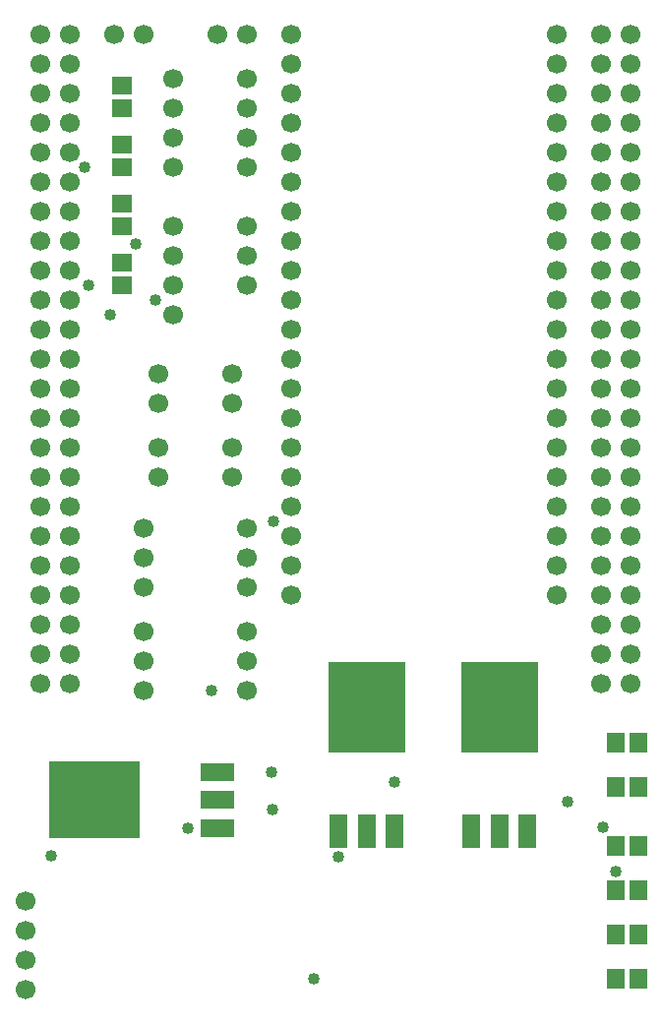
<source format=gbr>
G04 DipTrace 2.2.0.9*
%INTopMask.gbr*%
%MOIN*%
%ADD23C,0.04*%
%ADD29R,0.2639X0.3109*%
%ADD31R,0.0609X0.1179*%
%ADD33R,0.3109X0.2639*%
%ADD35R,0.1179X0.0609*%
%ADD37R,0.0669X0.0591*%
%ADD39C,0.0669*%
%ADD41R,0.0591X0.0669*%
%ADD43C,0.0669*%
%FSLAX44Y44*%
%SFA1B1*%
%OFA0B0*%
G04*
G70*
G90*
G75*
G01*
%LNTopMask*%
%LPD*%
D23*
X11737Y15687D3*
X7427Y33427D3*
X9177Y30832D3*
X7562Y29427D3*
X24986Y11062D3*
X10927Y11037D3*
X16037Y10057D3*
X23802Y11942D3*
X6312Y10117D3*
X13792Y11682D3*
X17937Y12596D3*
X25437Y9562D3*
X13781Y12937D3*
X15187Y5937D3*
X13822Y21427D3*
X9832Y28937D3*
X8292Y28427D3*
D43*
X8437Y37937D3*
X9437D3*
D41*
X25437Y13937D3*
X26185D3*
X25437Y12437D3*
X26185D3*
X25437Y10437D3*
X26185D3*
X25437Y8937D3*
X26185D3*
X25437Y7437D3*
X26185D3*
X25437Y5937D3*
X26185D3*
D39*
X10437Y35437D3*
Y36437D3*
X12937Y35437D3*
Y36437D3*
X10437Y33437D3*
Y34437D3*
X12937Y33437D3*
Y34437D3*
X9937Y25437D3*
Y26437D3*
X10437Y28437D3*
Y29437D3*
Y30437D3*
Y31437D3*
X12437Y25437D3*
Y26437D3*
X9937Y22937D3*
Y23937D3*
X12437Y22937D3*
Y23937D3*
X12937Y29437D3*
Y30437D3*
Y31437D3*
X11937Y37937D3*
X12937D3*
X5437Y8562D3*
Y7562D3*
Y6562D3*
Y5562D3*
X9437Y19187D3*
Y20187D3*
Y21187D3*
X12937Y19187D3*
Y20187D3*
Y21187D3*
X9437Y15687D3*
Y16687D3*
Y17687D3*
X12937Y15687D3*
Y16687D3*
Y17687D3*
X6937Y37937D3*
Y36937D3*
Y35937D3*
Y34937D3*
Y33937D3*
Y32937D3*
Y31937D3*
Y30937D3*
Y29937D3*
Y28937D3*
Y27937D3*
Y26937D3*
Y25937D3*
Y24937D3*
Y23937D3*
Y22937D3*
Y21937D3*
Y20937D3*
Y19937D3*
Y18937D3*
Y17937D3*
Y16937D3*
Y15937D3*
X24937D3*
Y16937D3*
Y17937D3*
Y18937D3*
Y19937D3*
Y20937D3*
Y21937D3*
Y22937D3*
Y23937D3*
Y24937D3*
Y25937D3*
Y26937D3*
Y27937D3*
Y28937D3*
Y29937D3*
Y30937D3*
Y31937D3*
Y32937D3*
Y33937D3*
Y34937D3*
Y35937D3*
Y36937D3*
Y37937D3*
X5937D3*
Y36937D3*
Y35937D3*
Y34937D3*
Y33937D3*
Y32937D3*
Y31937D3*
Y30937D3*
Y29937D3*
Y28937D3*
Y27937D3*
Y26937D3*
Y25937D3*
Y24937D3*
Y23937D3*
Y22937D3*
Y21937D3*
Y20937D3*
Y19937D3*
Y18937D3*
Y17937D3*
Y16937D3*
Y15937D3*
X25937Y37937D3*
Y36937D3*
Y35937D3*
Y34937D3*
Y33937D3*
Y32937D3*
Y31937D3*
Y30937D3*
Y29937D3*
Y28937D3*
Y27937D3*
Y26937D3*
Y25937D3*
Y24937D3*
Y23937D3*
Y22937D3*
Y21937D3*
Y20937D3*
Y19937D3*
Y18937D3*
Y17937D3*
Y16937D3*
Y15937D3*
D37*
X8687Y29437D3*
Y30185D3*
Y35437D3*
Y36185D3*
Y31437D3*
Y32185D3*
Y33437D3*
Y34185D3*
D35*
X11937Y12937D3*
Y11987D3*
Y11037D3*
D33*
X7756Y11987D3*
D31*
X17937Y10937D3*
X16987D3*
X16037D3*
D29*
X16987Y15118D3*
D31*
X22437Y10937D3*
X21487D3*
X20537D3*
D29*
X21487Y15118D3*
D39*
X14437Y37937D3*
Y36937D3*
Y35937D3*
Y34937D3*
Y33937D3*
Y32937D3*
Y31937D3*
Y30937D3*
Y29937D3*
Y28937D3*
Y27937D3*
Y26937D3*
Y25937D3*
Y24937D3*
Y23937D3*
Y22937D3*
Y21937D3*
Y20937D3*
Y19937D3*
Y18937D3*
X23437D3*
Y19937D3*
Y20937D3*
Y21937D3*
Y22937D3*
Y23937D3*
Y24937D3*
Y25937D3*
Y26937D3*
Y27937D3*
Y28937D3*
Y29937D3*
Y30937D3*
Y31937D3*
Y32937D3*
Y33937D3*
Y34937D3*
Y35937D3*
Y36937D3*
Y37937D3*
M02*

</source>
